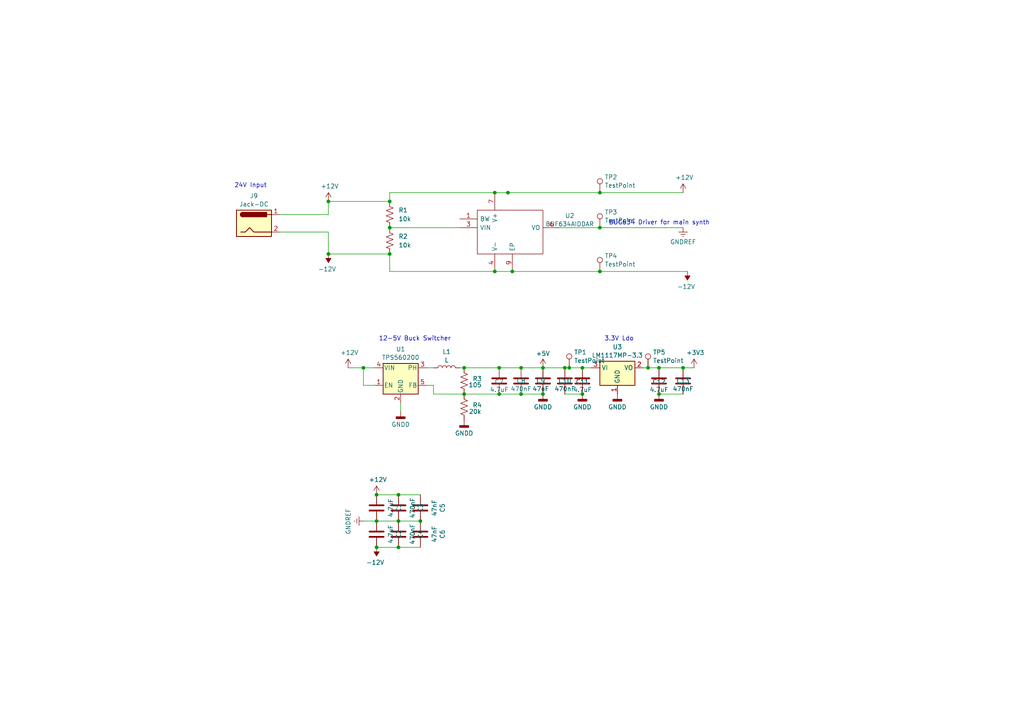
<source format=kicad_sch>
(kicad_sch (version 20230121) (generator eeschema)
  (paper "A4")
  (lib_symbols
    (symbol "BUF634AIDDAR:BUF634AIDDAR" (pin_names (offset 0.762))
      (property "Reference" "IC" (at 11.43 12.7 0))
      (property "Value" "BUF634AIDDAR" (at 11.43 10.16 0))
      (symbol "BUF634AIDDAR_0_0"
        (pin passive line (at -15.24 2.54 0) (length 5.08) (name "BW") (number "1"))
        (pin passive line (at -15.24 0 0) (length 5.08) (name "VIN") (number "3"))
        (pin passive line (at -5.08 -12.7 90) (length 5.08) (name "V-") (number "4"))
        (pin passive line (at 13.97 0 180) (length 5.08) (name "VO") (number "6"))
        (pin passive line (at -5.08 10.16 270) (length 5.08) (name "V+") (number "7"))
        (pin passive line (at 0 -12.7 90) (length 5.08) (name "EP") (number "9"))
      )
      (symbol "BUF634AIDDAR_0_1"
        (polyline (pts (xy -10.16 5.08) (xy 8.89 5.08) (xy 8.89 -7.62) (xy -10.16 -7.62) (xy -10.16 5.08)) (stroke (width 0.1524)))
      )
      (symbol "BUF634AIDDAR_1_0"
        (pin passive line (at -6.35 15.24 0) (length 5.08) hide (name "NC_1") (number "2"))
        (pin passive line (at -1.27 12.7 180) (length 5.08) hide (name "NC_2") (number "5"))
        (pin passive line (at -1.27 10.16 180) (length 5.08) hide (name "NC_3") (number "8"))
      )
    )
    (symbol "Connector:Jack-DC" (pin_names (offset 1.016))
      (property "Reference" "J" (at 0 5.334 0))
      (property "Value" "Jack-DC" (at 0 -5.08 0))
      (symbol "Jack-DC_0_1"
        (rectangle (start -5.08 3.81) (end 5.08 -3.81) (stroke (width 0.254)) (fill (type background)))
        (arc (start -3.302 3.175) (mid -3.9343 2.54) (end -3.302 1.905) (stroke (width 0.254)))
        (arc (start -3.302 3.175) (mid -3.9343 2.54) (end -3.302 1.905) (stroke (width 0.254)) (fill (type outline)))
        (polyline (pts (xy 5.08 2.54) (xy 3.81 2.54)) (stroke (width 0.254)))
        (polyline (pts (xy -3.81 -2.54) (xy -2.54 -2.54) (xy -1.27 -1.27) (xy 0 -2.54) (xy 2.54 -2.54) (xy 5.08 -2.54)) (stroke (width 0.254)))
        (rectangle (start 3.683 3.175) (end -3.302 1.905) (stroke (width 0.254)) (fill (type outline)))
      )
      (symbol "Jack-DC_1_1"
        (pin passive line (at 7.62 2.54 180) (length 2.54) (name "~") (number "1"))
        (pin passive line (at 7.62 -2.54 180) (length 2.54) (name "~") (number "2"))
      )
    )
    (symbol "Connector:TestPoint" (pin_numbers hide) (pin_names (offset 0.762) hide)
      (property "Reference" "TP" (at 0 6.858 0))
      (property "Value" "TestPoint" (at 0 5.08 0))
      (symbol "TestPoint_0_1"
        (circle (center 0 3.302) (radius 0.762))
      )
      (symbol "TestPoint_1_1"
        (pin passive line (at 0 0 90) (length 2.54) (name "1") (number "1"))
      )
    )
    (symbol "Device:C" (pin_numbers hide) (pin_names (offset 0.254))
      (property "Reference" "C" (at 0.635 2.54 0))
      (property "Value" "C" (at 0.635 -2.54 0))
      (symbol "C_0_1"
        (polyline (pts (xy -2.032 -0.762) (xy 2.032 -0.762)) (stroke (width 0.508)))
        (polyline (pts (xy -2.032 0.762) (xy 2.032 0.762)) (stroke (width 0.508)))
      )
      (symbol "C_1_1"
        (pin passive line (at 0 3.81 270) (length 2.794) (name "~") (number "1"))
        (pin passive line (at 0 -3.81 90) (length 2.794) (name "~") (number "2"))
      )
    )
    (symbol "Device:L" (pin_numbers hide) (pin_names (offset 1.016) hide)
      (property "Reference" "L" (at -1.27 0 90))
      (property "Value" "L" (at 1.905 0 90))
      (symbol "L_0_1"
        (arc (start 0 -2.54) (mid 0.6323 -1.905) (end 0 -1.27))
        (arc (start 0 -1.27) (mid 0.6323 -0.635) (end 0 0))
        (arc (start 0 0) (mid 0.6323 0.635) (end 0 1.27))
        (arc (start 0 1.27) (mid 0.6323 1.905) (end 0 2.54))
      )
      (symbol "L_1_1"
        (pin passive line (at 0 3.81 270) (length 1.27) (name "1") (number "1"))
        (pin passive line (at 0 -3.81 90) (length 1.27) (name "2") (number "2"))
      )
    )
    (symbol "Device:R_US" (pin_numbers hide) (pin_names (offset 0))
      (property "Reference" "R" (at 2.54 0 90))
      (property "Value" "R_US" (at -2.54 0 90))
      (symbol "R_US_0_1"
        (polyline (pts (xy 0 -2.286) (xy 0 -2.54)))
        (polyline (pts (xy 0 2.286) (xy 0 2.54)))
        (polyline (pts (xy 0 -0.762) (xy 1.016 -1.143) (xy 0 -1.524) (xy -1.016 -1.905) (xy 0 -2.286)))
        (polyline (pts (xy 0 0.762) (xy 1.016 0.381) (xy 0 0) (xy -1.016 -0.381) (xy 0 -0.762)))
        (polyline (pts (xy 0 2.286) (xy 1.016 1.905) (xy 0 1.524) (xy -1.016 1.143) (xy 0 0.762)))
      )
      (symbol "R_US_1_1"
        (pin passive line (at 0 3.81 270) (length 1.27) (name "~") (number "1"))
        (pin passive line (at 0 -3.81 90) (length 1.27) (name "~") (number "2"))
      )
    )
    (symbol "Regulator_Linear:LM1117MP-3.3"
      (property "Reference" "U" (at -3.81 3.175 0))
      (property "Value" "LM1117MP-3.3" (at 0 3.175 0))
      (symbol "LM1117MP-3.3_0_1"
        (rectangle (start -5.08 -5.08) (end 5.08 1.905) (stroke (width 0.254)) (fill (type background)))
      )
      (symbol "LM1117MP-3.3_1_1"
        (pin power_in line (at 0 -7.62 90) (length 2.54) (name "GND") (number "1"))
        (pin power_out line (at 7.62 0 180) (length 2.54) (name "VO") (number "2"))
        (pin power_in line (at -7.62 0 0) (length 2.54) (name "VI") (number "3"))
      )
    )
    (symbol "Regulator_Switching:TPS560200" (pin_names (offset 0.254))
      (property "Reference" "U" (at -5.08 5.08 0))
      (property "Value" "TPS560200" (at 0 5.08 0))
      (symbol "TPS560200_0_1"
        (rectangle (start -5.08 3.81) (end 5.08 -5.08) (stroke (width 0.254)) (fill (type background)))
      )
      (symbol "TPS560200_1_1"
        (pin input line (at -7.62 -2.54 0) (length 2.54) (name "EN") (number "1"))
        (pin power_in line (at 0 -7.62 90) (length 2.54) (name "GND") (number "2"))
        (pin power_out line (at 7.62 2.54 180) (length 2.54) (name "PH") (number "3"))
        (pin power_in line (at -7.62 2.54 0) (length 2.54) (name "VIN") (number "4"))
        (pin input line (at 7.62 -2.54 180) (length 2.54) (name "FB") (number "5"))
      )
    )
    (symbol "power:+12V" (power) (pin_names (offset 0))
      (property "Value" "+12V" (at 0 3.556 0))
      (symbol "+12V_0_1"
        (polyline (pts (xy -0.762 1.27) (xy 0 2.54)))
        (polyline (pts (xy 0 0) (xy 0 2.54)))
        (polyline (pts (xy 0 2.54) (xy 0.762 1.27)))
      )
      (symbol "+12V_1_1"
        (pin power_in line (at 0 0 90) (length 0) hide (name "+12V") (number "1"))
      )
    )
    (symbol "power:+3V3" (power) (pin_names (offset 0))
      (property "Value" "+3V3" (at 0 3.556 0))
      (symbol "+3V3_0_1"
        (polyline (pts (xy -0.762 1.27) (xy 0 2.54)))
        (polyline (pts (xy 0 0) (xy 0 2.54)))
        (polyline (pts (xy 0 2.54) (xy 0.762 1.27)))
      )
      (symbol "+3V3_1_1"
        (pin power_in line (at 0 0 90) (length 0) hide (name "+3V3") (number "1"))
      )
    )
    (symbol "power:+5V" (power) (pin_names (offset 0))
      (property "Value" "+5V" (at 0 3.556 0))
      (symbol "+5V_0_1"
        (polyline (pts (xy -0.762 1.27) (xy 0 2.54)))
        (polyline (pts (xy 0 0) (xy 0 2.54)))
        (polyline (pts (xy 0 2.54) (xy 0.762 1.27)))
      )
      (symbol "+5V_1_1"
        (pin power_in line (at 0 0 90) (length 0) hide (name "+5V") (number "1"))
      )
    )
    (symbol "power:-12V" (power) (pin_names (offset 0))
      (property "Value" "-12V" (at 0 3.81 0))
      (symbol "-12V_0_0"
        (pin power_in line (at 0 0 90) (length 0) hide (name "-12V") (number "1"))
      )
      (symbol "-12V_0_1"
        (polyline (pts (xy 0 0) (xy 0 1.27) (xy 0.762 1.27) (xy 0 2.54) (xy -0.762 1.27) (xy 0 1.27)) (fill (type outline)))
      )
    )
    (symbol "power:GNDD" (power) (pin_names (offset 0))
      (property "Value" "GNDD" (at 0 -3.175 0))
      (symbol "GNDD_0_1"
        (rectangle (start -1.27 -1.524) (end 1.27 -2.032) (stroke (width 0.254)) (fill (type outline)))
        (polyline (pts (xy 0 0) (xy 0 -1.524)))
      )
      (symbol "GNDD_1_1"
        (pin power_in line (at 0 0 270) (length 0) hide (name "GNDD") (number "1"))
      )
    )
    (symbol "power:GNDREF" (power) (pin_names (offset 0))
      (property "Value" "GNDREF" (at 0 -3.81 0))
      (symbol "GNDREF_0_1"
        (polyline (pts (xy -0.635 -1.905) (xy 0.635 -1.905)))
        (polyline (pts (xy -0.127 -2.54) (xy 0.127 -2.54)))
        (polyline (pts (xy 0 -1.27) (xy 0 0)))
        (polyline (pts (xy 1.27 -1.27) (xy -1.27 -1.27)))
      )
      (symbol "GNDREF_1_1"
        (pin power_in line (at 0 0 270) (length 0) hide (name "GNDREF") (number "1"))
      )
    )
  )
  (junction (at 151.13 106.68))
  (junction (at 121.92 151.13))
  (junction (at 113.03 66.04))
  (junction (at 115.57 151.13))
  (junction (at 165.1 106.68))
  (junction (at 143.51 55.88))
  (junction (at 198.12 106.68))
  (junction (at 144.78 114.3))
  (junction (at 134.62 114.3))
  (junction (at 163.83 106.68))
  (junction (at 187.96 106.68))
  (junction (at 168.91 106.68))
  (junction (at 147.32 55.88))
  (junction (at 168.91 114.3))
  (junction (at 115.57 158.75))
  (junction (at 105.41 106.68))
  (junction (at 115.57 143.51))
  (junction (at 191.135 106.68))
  (junction (at 143.51 78.74))
  (junction (at 113.03 58.42))
  (junction (at 134.62 106.68))
  (junction (at 109.22 151.13))
  (junction (at 109.22 158.75))
  (junction (at 173.99 78.74))
  (junction (at 173.99 55.88))
  (junction (at 95.25 73.66))
  (junction (at 109.22 143.51))
  (junction (at 157.48 106.68))
  (junction (at 95.25 58.42))
  (junction (at 144.78 106.68))
  (junction (at 151.13 114.3))
  (junction (at 191.135 114.3))
  (junction (at 148.59 78.74))
  (junction (at 113.03 73.66))
  (junction (at 173.99 66.04))
  (junction (at 157.48 114.3))
  (wire (pts (xy 105.41 106.68) (xy 108.585 106.68)))
  (wire (pts (xy 123.825 106.68) (xy 125.73 106.68)))
  (wire (pts (xy 109.22 143.51) (xy 115.57 143.51)))
  (wire (pts (xy 187.96 106.68) (xy 186.69 106.68)))
  (wire (pts (xy 151.13 106.68) (xy 157.48 106.68)))
  (wire (pts (xy 113.03 78.74) (xy 143.51 78.74)))
  (wire (pts (xy 134.62 106.68) (xy 144.78 106.68)))
  (wire (pts (xy 151.13 114.3) (xy 157.48 114.3)))
  (wire (pts (xy 105.41 111.76) (xy 105.41 106.68)))
  (wire (pts (xy 125.73 114.3) (xy 134.62 114.3)))
  (wire (pts (xy 116.205 116.84) (xy 116.205 119.38)))
  (wire (pts (xy 95.25 62.23) (xy 95.25 58.42)))
  (wire (pts (xy 125.73 111.76) (xy 123.825 111.76)))
  (wire (pts (xy 115.57 151.13) (xy 121.92 151.13)))
  (wire (pts (xy 109.22 151.13) (xy 115.57 151.13)))
  (wire (pts (xy 157.48 106.68) (xy 163.83 106.68)))
  (wire (pts (xy 143.51 78.74) (xy 148.59 78.74)))
  (wire (pts (xy 81.28 62.23) (xy 95.25 62.23)))
  (wire (pts (xy 163.83 106.68) (xy 165.1 106.68)))
  (wire (pts (xy 162.56 66.04) (xy 173.99 66.04)))
  (wire (pts (xy 201.295 106.68) (xy 198.12 106.68)))
  (wire (pts (xy 143.51 55.88) (xy 147.32 55.88)))
  (wire (pts (xy 115.57 143.51) (xy 121.92 143.51)))
  (wire (pts (xy 173.99 66.04) (xy 198.12 66.04)))
  (wire (pts (xy 113.03 55.88) (xy 143.51 55.88)))
  (wire (pts (xy 144.78 106.68) (xy 151.13 106.68)))
  (wire (pts (xy 165.1 106.68) (xy 168.91 106.68)))
  (wire (pts (xy 95.25 58.42) (xy 113.03 58.42)))
  (wire (pts (xy 95.25 67.31) (xy 95.25 73.66)))
  (wire (pts (xy 109.22 158.75) (xy 115.57 158.75)))
  (wire (pts (xy 105.41 151.13) (xy 109.22 151.13)))
  (wire (pts (xy 144.78 114.3) (xy 151.13 114.3)))
  (wire (pts (xy 108.585 111.76) (xy 105.41 111.76)))
  (wire (pts (xy 173.99 55.88) (xy 198.12 55.88)))
  (wire (pts (xy 134.62 114.3) (xy 144.78 114.3)))
  (wire (pts (xy 115.57 158.75) (xy 121.92 158.75)))
  (wire (pts (xy 191.135 106.68) (xy 187.96 106.68)))
  (wire (pts (xy 148.59 78.74) (xy 173.99 78.74)))
  (wire (pts (xy 95.25 73.66) (xy 113.03 73.66)))
  (wire (pts (xy 191.135 114.3) (xy 198.12 114.3)))
  (wire (pts (xy 113.03 73.66) (xy 113.03 78.74)))
  (wire (pts (xy 113.03 58.42) (xy 113.03 55.88)))
  (wire (pts (xy 100.965 106.68) (xy 105.41 106.68)))
  (wire (pts (xy 163.83 114.3) (xy 168.91 114.3)))
  (wire (pts (xy 147.32 55.88) (xy 173.99 55.88)))
  (wire (pts (xy 125.73 111.76) (xy 125.73 114.3)))
  (wire (pts (xy 81.28 67.31) (xy 95.25 67.31)))
  (wire (pts (xy 133.35 106.68) (xy 134.62 106.68)))
  (wire (pts (xy 168.91 106.68) (xy 171.45 106.68)))
  (wire (pts (xy 191.135 106.68) (xy 198.12 106.68)))
  (wire (pts (xy 173.99 78.74) (xy 199.39 78.74)))
  (wire (pts (xy 113.03 66.04) (xy 133.35 66.04)))
  (text "3.3V Ldo" (at 175.26 99.06 0) (effects (font (size 1.27 1.27)) (justify left bottom)))
  (text "12-5V Buck Switcher" (at 109.855 99.06 0) (effects (font (size 1.27 1.27)) (justify left bottom)))
  (text "BUG634 Driver for main synth" (at 176.53 65.405 0) (effects (font (size 1.27 1.27)) (justify left bottom)))
  (text "24V Input\n" (at 67.945 54.61 0) (effects (font (size 1.27 1.27)) (justify left bottom)))
  (symbol (lib_id "Device:R_US") (at 134.62 110.49 0) (unit 1)
    (property "Reference" "R3" (at 138.43 109.855 0))
    (property "Value" "105" (at 137.795 111.6442 0))
    (property "Footprint" "Resistor_SMD:R_0603_1608Metric" (effects hide))
    (instances (project "SoundLab16StepSequencer" (path "" (reference "R3") (unit 1))) (project "AnalogTestBoard2" (path "" (reference "R?") (unit 1)) (path "" (reference "R?") (unit 1)) (path "" (reference "R?") (unit 1))) (project "SynthProj" (path "" (reference "R407") (unit 1))))
  )
  (symbol (lib_id "Connector:TestPoint") (at 173.99 55.88 0) (unit 1)
    (property "Reference" "TP2" (at 175.387 51.3659 0) (effects (justify left)))
    (property "Value" "TestPoint" (at 175.387 53.7901 0) (effects (justify left)))
    (property "Footprint" "TestPoint:TestPoint_Plated_Hole_D2.0mm" (effects hide))
    (instances (project "SoundLab16StepSequencer" (path "" (reference "TP2") (unit 1))) (project "SynthProj" (path "" (reference "TP7") (unit 1))))
  )
  (symbol (lib_id "power:GNDREF") (at 198.12 66.04 0) (unit 1)
    (property "Reference" "#PWR023" (effects hide))
    (property "Value" "GNDREF" (at 198.12 70.1731 0))
    (instances (project "SoundLab16StepSequencer" (path "" (reference "#PWR023") (unit 1))) (project "SynthProj" (path "" (reference "#PWR0531") (unit 1))))
  )
  (symbol (lib_id "Connector:Jack-DC") (at 73.66 64.77 0) (unit 1)
    (property "Reference" "J9" (at 73.66 56.8157 0))
    (property "Value" "Jack-DC" (at 73.66 59.2399 0))
    (property "Footprint" "Connector_BarrelJack:BarrelJack_CUI_PJ-063AH_Horizontal" (effects hide))
    (instances (project "SoundLab16StepSequencer" (path "" (reference "J9") (unit 1))) (project "SynthProj" (path "" (reference "J44") (unit 1))))
  )
  (symbol (lib_id "Device:C") (at 168.91 110.49 180) (unit 1)
    (property "Reference" "C11" (at 168.91 110.7186 0))
    (property "Value" "4.7uF" (at 168.91 113.03 0))
    (property "Footprint" "Capacitor_SMD:C_0805_2012Metric" (effects hide))
    (instances (project "SoundLab16StepSequencer" (path "" (reference "C11") (unit 1))) (project "SynthProj" (path "" (reference "C?") (unit 1)) (path "" (reference "C?") (unit 1)) (path "" (reference "C227") (unit 1))))
  )
  (symbol (lib_id "Device:R_US") (at 113.03 62.23 180) (unit 1)
    (property "Reference" "R1" (at 115.57 60.96 0) (effects (justify right)))
    (property "Value" "10k" (at 115.57 63.5 0) (effects (justify right)))
    (property "Footprint" "Resistor_SMD:R_0603_1608Metric" (effects hide))
    (instances (project "SoundLab16StepSequencer" (path "" (reference "R1") (unit 1))) (project "AnalogTestBoard2" (path "" (reference "R?") (unit 1)) (path "" (reference "R?") (unit 1)) (path "" (reference "R?") (unit 1))) (project "SynthProj" (path "" (reference "R405") (unit 1))))
  )
  (symbol (lib_id "power:-12V") (at 109.22 158.75 180) (unit 1)
    (property "Reference" "#PWR014" (effects hide))
    (property "Value" "-12V" (at 108.839 163.1442 0))
    (instances (project "SoundLab16StepSequencer" (path "" (reference "#PWR014") (unit 1))) (project "SynthProj" (path "" (reference "#PWR?") (unit 1)) (path "" (reference "#PWR?") (unit 1)) (path "" (reference "#PWR0529") (unit 1))))
  )
  (symbol (lib_id "power:GNDD") (at 116.205 119.38 0) (unit 1)
    (property "Reference" "#PWR015" (effects hide))
    (property "Value" "GNDD" (at 116.205 123.1321 0))
    (instances (project "SoundLab16StepSequencer" (path "" (reference "#PWR015") (unit 1))) (project "SynthProj" (path "" (reference "#PWR?") (unit 1)) (path "" (reference "#PWR0540") (unit 1))))
  )
  (symbol (lib_id "Device:C") (at 115.57 154.94 180) (unit 1)
    (property "Reference" "C4" (at 121.9708 154.94 90))
    (property "Value" "470nF" (at 119.6594 154.94 90))
    (property "Footprint" "Capacitor_SMD:C_0805_2012Metric" (effects hide))
    (instances (project "SoundLab16StepSequencer" (path "" (reference "C4") (unit 1))) (project "SynthProj" (path "" (reference "C?") (unit 1)) (path "" (reference "C?") (unit 1)) (path "" (reference "C220") (unit 1))))
  )
  (symbol (lib_id "power:+12V") (at 109.22 143.51 0) (unit 1)
    (property "Reference" "#PWR013" (effects hide))
    (property "Value" "+12V" (at 109.601 139.1158 0))
    (instances (project "SoundLab16StepSequencer" (path "" (reference "#PWR013") (unit 1))) (project "SynthProj" (path "" (reference "#PWR?") (unit 1)) (path "" (reference "#PWR?") (unit 1)) (path "" (reference "#PWR0528") (unit 1))))
  )
  (symbol (lib_id "Connector:TestPoint") (at 187.96 106.68 0) (unit 1)
    (property "Reference" "TP5" (at 189.357 102.1659 0) (effects (justify left)))
    (property "Value" "TestPoint" (at 189.357 104.5901 0) (effects (justify left)))
    (property "Footprint" "TestPoint:TestPoint_Plated_Hole_D2.0mm" (effects hide))
    (instances (project "SoundLab16StepSequencer" (path "" (reference "TP5") (unit 1))) (project "SynthProj" (path "" (reference "TP13") (unit 1))))
  )
  (symbol (lib_id "Device:C") (at 198.12 110.49 180) (unit 1)
    (property "Reference" "C13" (at 198.12 110.49 0))
    (property "Value" "470nF" (at 198.12 112.8014 0))
    (property "Footprint" "Capacitor_SMD:C_0805_2012Metric" (effects hide))
    (instances (project "SoundLab16StepSequencer" (path "" (reference "C13") (unit 1))) (project "SynthProj" (path "" (reference "C?") (unit 1)) (path "" (reference "C?") (unit 1)) (path "" (reference "C229") (unit 1))))
  )
  (symbol (lib_id "Device:C") (at 109.22 154.94 180) (unit 1)
    (property "Reference" "C2" (at 115.6208 154.94 90))
    (property "Value" "4.7uF" (at 113.3094 154.94 90))
    (property "Footprint" "Capacitor_SMD:C_0805_2012Metric" (effects hide))
    (instances (project "SoundLab16StepSequencer" (path "" (reference "C2") (unit 1))) (project "SynthProj" (path "" (reference "C?") (unit 1)) (path "" (reference "C?") (unit 1)) (path "" (reference "C218") (unit 1))))
  )
  (symbol (lib_id "power:+12V") (at 198.12 55.88 0) (unit 1)
    (property "Reference" "#PWR022" (effects hide))
    (property "Value" "+12V" (at 198.501 51.4858 0))
    (instances (project "SoundLab16StepSequencer" (path "" (reference "#PWR022") (unit 1))) (project "SynthProj" (path "" (reference "#PWR?") (unit 1)) (path "" (reference "#PWR?") (unit 1)) (path "" (reference "#PWR0530") (unit 1))))
  )
  (symbol (lib_id "Connector:TestPoint") (at 173.99 66.04 0) (unit 1)
    (property "Reference" "TP3" (at 175.387 61.5259 0) (effects (justify left)))
    (property "Value" "TestPoint" (at 175.387 63.9501 0) (effects (justify left)))
    (property "Footprint" "TestPoint:TestPoint_Plated_Hole_D2.0mm" (effects hide))
    (instances (project "SoundLab16StepSequencer" (path "" (reference "TP3") (unit 1))) (project "SynthProj" (path "" (reference "TP8") (unit 1))))
  )
  (symbol (lib_id "power:+5V") (at 157.48 106.68 0) (unit 1)
    (property "Reference" "#PWR017" (effects hide))
    (property "Value" "+5V" (at 157.48 102.5469 0))
    (instances (project "SoundLab16StepSequencer" (path "" (reference "#PWR017") (unit 1))) (project "SynthProj" (path "" (reference "#PWR?") (unit 1)) (path "" (reference "#PWR0542") (unit 1))))
  )
  (symbol (lib_id "power:+3V3") (at 201.295 106.68 0) (unit 1)
    (property "Reference" "#PWR025" (effects hide))
    (property "Value" "+3V3" (at 201.676 102.2858 0))
    (instances (project "SoundLab16StepSequencer" (path "" (reference "#PWR025") (unit 1))) (project "RP2040_minimal" (path "" (reference "#PWR?") (unit 1))) (project "SynthProj" (path "" (reference "#PWR?") (unit 1)) (path "" (reference "#PWR0547") (unit 1))))
  )
  (symbol (lib_id "Connector:TestPoint") (at 173.99 78.74 0) (unit 1)
    (property "Reference" "TP4" (at 175.387 74.2259 0) (effects (justify left)))
    (property "Value" "TestPoint" (at 175.387 76.6501 0) (effects (justify left)))
    (property "Footprint" "TestPoint:TestPoint_Plated_Hole_D2.0mm" (effects hide))
    (instances (project "SoundLab16StepSequencer" (path "" (reference "TP4") (unit 1))) (project "SynthProj" (path "" (reference "TP9") (unit 1))))
  )
  (symbol (lib_id "power:-12V") (at 199.39 78.74 180) (unit 1)
    (property "Reference" "#PWR024" (effects hide))
    (property "Value" "-12V" (at 199.009 83.1342 0))
    (instances (project "SoundLab16StepSequencer" (path "" (reference "#PWR024") (unit 1))) (project "SynthProj" (path "" (reference "#PWR?") (unit 1)) (path "" (reference "#PWR?") (unit 1)) (path "" (reference "#PWR0532") (unit 1))))
  )
  (symbol (lib_id "power:-12V") (at 95.25 73.66 180) (unit 1)
    (property "Reference" "#PWR010" (effects hide))
    (property "Value" "-12V" (at 94.869 78.0542 0))
    (instances (project "SoundLab16StepSequencer" (path "" (reference "#PWR010") (unit 1))) (project "SynthProj" (path "" (reference "#PWR?") (unit 1)) (path "" (reference "#PWR?") (unit 1)) (path "" (reference "#PWR0526") (unit 1))))
  )
  (symbol (lib_id "Regulator_Switching:TPS560200") (at 116.205 109.22 0) (unit 1)
    (property "Reference" "U1" (at 116.205 101.2657 0))
    (property "Value" "TPS560200" (at 116.205 103.6899 0))
    (property "Footprint" "Package_TO_SOT_SMD:SOT-23-5" (effects hide))
    (property "Datasheet" "http://www.ti.com/lit/ds/symlink/tps560200.pdf" (effects hide))
    (instances (project "SoundLab16StepSequencer" (path "" (reference "U1") (unit 1))) (project "SynthProj" (path "" (reference "U53") (unit 1))))
  )
  (symbol (lib_id "power:GNDD") (at 191.135 114.3 0) (unit 1)
    (property "Reference" "#PWR021" (effects hide))
    (property "Value" "GNDD" (at 191.135 118.0521 0))
    (instances (project "SoundLab16StepSequencer" (path "" (reference "#PWR021") (unit 1))) (project "SynthProj" (path "" (reference "#PWR?") (unit 1)) (path "" (reference "#PWR0546") (unit 1))))
  )
  (symbol (lib_id "Device:R_US") (at 113.03 69.85 180) (unit 1)
    (property "Reference" "R2" (at 115.57 68.58 0) (effects (justify right)))
    (property "Value" "10k" (at 115.57 71.12 0) (effects (justify right)))
    (property "Footprint" "Resistor_SMD:R_0603_1608Metric" (effects hide))
    (instances (project "SoundLab16StepSequencer" (path "" (reference "R2") (unit 1))) (project "AnalogTestBoard2" (path "" (reference "R?") (unit 1)) (path "" (reference "R?") (unit 1)) (path "" (reference "R?") (unit 1))) (project "SynthProj" (path "" (reference "R406") (unit 1))))
  )
  (symbol (lib_id "Device:C") (at 121.92 154.94 180) (unit 1)
    (property "Reference" "C6" (at 128.3208 154.94 90))
    (property "Value" "47nF" (at 126.0094 154.94 90))
    (property "Footprint" "Capacitor_SMD:C_0603_1608Metric" (effects hide))
    (instances (project "SoundLab16StepSequencer" (path "" (reference "C6") (unit 1))) (project "SynthProj" (path "" (reference "C?") (unit 1)) (path "" (reference "C?") (unit 1)) (path "" (reference "C222") (unit 1))))
  )
  (symbol (lib_id "power:GNDD") (at 134.62 121.92 0) (unit 1)
    (property "Reference" "#PWR016" (effects hide))
    (property "Value" "GNDD" (at 134.62 125.6721 0))
    (instances (project "SoundLab16StepSequencer" (path "" (reference "#PWR016") (unit 1))) (project "SynthProj" (path "" (reference "#PWR?") (unit 1)) (path "" (reference "#PWR0541") (unit 1))))
  )
  (symbol (lib_id "power:+12V") (at 95.25 58.42 0) (unit 1)
    (property "Reference" "#PWR09" (effects hide))
    (property "Value" "+12V" (at 95.631 54.0258 0))
    (instances (project "SoundLab16StepSequencer" (path "" (reference "#PWR09") (unit 1))) (project "SynthProj" (path "" (reference "#PWR?") (unit 1)) (path "" (reference "#PWR?") (unit 1)) (path "" (reference "#PWR0525") (unit 1))))
  )
  (symbol (lib_id "power:+12V") (at 100.965 106.68 0) (unit 1)
    (property "Reference" "#PWR011" (effects hide))
    (property "Value" "+12V" (at 101.346 102.2858 0))
    (instances (project "SoundLab16StepSequencer" (path "" (reference "#PWR011") (unit 1))) (project "SynthProj" (path "" (reference "#PWR?") (unit 1)) (path "" (reference "#PWR?") (unit 1)) (path "" (reference "#PWR0539") (unit 1))))
  )
  (symbol (lib_id "power:GNDD") (at 168.91 114.3 0) (unit 1)
    (property "Reference" "#PWR019" (effects hide))
    (property "Value" "GNDD" (at 168.91 118.0521 0))
    (instances (project "SoundLab16StepSequencer" (path "" (reference "#PWR019") (unit 1))) (project "SynthProj" (path "" (reference "#PWR?") (unit 1)) (path "" (reference "#PWR0544") (unit 1))))
  )
  (symbol (lib_id "power:GNDREF") (at 105.41 151.13 270) (unit 1)
    (property "Reference" "#PWR012" (effects hide))
    (property "Value" "GNDREF" (at 101.0158 151.257 0))
    (instances (project "SoundLab16StepSequencer" (path "" (reference "#PWR012") (unit 1))) (project "SynthProj" (path "" (reference "#PWR?") (unit 1)) (path "" (reference "#PWR?") (unit 1)) (path "" (reference "#PWR0527") (unit 1))))
  )
  (symbol (lib_id "Device:C") (at 121.92 147.32 180) (unit 1)
    (property "Reference" "C5" (at 128.3208 147.32 90))
    (property "Value" "47nF" (at 126.0094 147.32 90))
    (property "Footprint" "Capacitor_SMD:C_0603_1608Metric" (effects hide))
    (instances (project "SoundLab16StepSequencer" (path "" (reference "C5") (unit 1))) (project "SynthProj" (path "" (reference "C?") (unit 1)) (path "" (reference "C?") (unit 1)) (path "" (reference "C221") (unit 1))))
  )
  (symbol (lib_id "Device:C") (at 151.13 110.49 180) (unit 1)
    (property "Reference" "C8" (at 151.13 110.49 0))
    (property "Value" "470nF" (at 151.13 112.8014 0))
    (property "Footprint" "Capacitor_SMD:C_0805_2012Metric" (effects hide))
    (instances (project "SoundLab16StepSequencer" (path "" (reference "C8") (unit 1))) (project "SynthProj" (path "" (reference "C?") (unit 1)) (path "" (reference "C?") (unit 1)) (path "" (reference "C224") (unit 1))))
  )
  (symbol (lib_id "power:GNDD") (at 179.07 114.3 0) (unit 1)
    (property "Reference" "#PWR020" (effects hide))
    (property "Value" "GNDD" (at 179.07 118.0521 0))
    (instances (project "SoundLab16StepSequencer" (path "" (reference "#PWR020") (unit 1))) (project "SynthProj" (path "" (reference "#PWR?") (unit 1)) (path "" (reference "#PWR0545") (unit 1))))
  )
  (symbol (lib_id "Device:C") (at 163.83 110.49 180) (unit 1)
    (property "Reference" "C10" (at 163.83 110.49 0))
    (property "Value" "470nF" (at 163.83 112.8014 0))
    (property "Footprint" "Capacitor_SMD:C_0805_2012Metric" (effects hide))
    (instances (project "SoundLab16StepSequencer" (path "" (reference "C10") (unit 1))) (project "SynthProj" (path "" (reference "C?") (unit 1)) (path "" (reference "C?") (unit 1)) (path "" (reference "C226") (unit 1))))
  )
  (symbol (lib_id "Connector:TestPoint") (at 165.1 106.68 0) (unit 1)
    (property "Reference" "TP1" (at 166.497 102.1659 0) (effects (justify left)))
    (property "Value" "TestPoint" (at 166.497 104.5901 0) (effects (justify left)))
    (property "Footprint" "TestPoint:TestPoint_Plated_Hole_D2.0mm" (effects hide))
    (instances (project "SoundLab16StepSequencer" (path "" (reference "TP1") (unit 1))) (project "SynthProj" (path "" (reference "TP12") (unit 1))))
  )
  (symbol (lib_id "BUF634AIDDAR:BUF634AIDDAR") (at 148.59 66.04 0) (unit 1)
    (property "Reference" "U2" (at 165.2572 62.5658 0))
    (property "Value" "BUF634AIDDAR" (at 165.2572 64.99 0))
    (property "Footprint" "SOIC127P600X170-9N" (effects hide))
    (property "Datasheet" "https://www.ti.com/lit/ds/symlink/buf634a.pdf?ts=1599672549445&ref_url=https%253A%252F%252Fwww.mouser.co.uk%252F" (effects hide))
    (property "Description" "High Speed Operational Amplifiers 210-MHz, 250-mA high-speed buffer 8-SO PowerPAD -40 to 125" (effects hide))
    (property "Height" "1.7" (effects hide))
    (property "Mouser Part Number" "595-BUF634AIDDAR" (effects hide))
    (property "Mouser Price/Stock" "https://www.mouser.co.uk/ProductDetail/Texas-Instruments/BUF634AIDDAR?qs=yqaQSyyJnNgwK76xZ3uCIA%3D%3D" (effects hide))
    (property "Manufacturer_Name" "Texas Instruments" (effects hide))
    (property "Manufacturer_Part_Number" "BUF634AIDDAR" (effects hide))
    (instances (project "SoundLab16StepSequencer" (path "" (reference "U2") (unit 1))) (project "SynthProj" (path "" (reference "U50") (unit 1))))
  )
  (symbol (lib_id "Device:R_US") (at 134.62 118.11 0) (unit 1)
    (property "Reference" "R4" (at 138.43 117.475 0))
    (property "Value" "20k" (at 137.795 119.38 0))
    (property "Footprint" "Resistor_SMD:R_0603_1608Metric" (effects hide))
    (instances (project "SoundLab16StepSequencer" (path "" (reference "R4") (unit 1))) (project "AnalogTestBoard2" (path "" (reference "R?") (unit 1)) (path "" (reference "R?") (unit 1)) (path "" (reference "R?") (unit 1))) (project "SynthProj" (path "" (reference "R408") (unit 1))))
  )
  (symbol (lib_id "Regulator_Linear:LM1117MP-3.3") (at 179.07 106.68 0) (unit 1)
    (property "Reference" "U3" (at 179.07 100.6307 0))
    (property "Value" "LM1117MP-3.3" (at 179.07 103.0549 0))
    (property "Footprint" "Package_TO_SOT_SMD:SOT-223-3_TabPin2" (effects hide))
    (property "Datasheet" "http://www.ti.com/lit/ds/symlink/lm1117.pdf" (effects hide))
    (instances (project "SoundLab16StepSequencer" (path "" (reference "U3") (unit 1))) (project "SynthProj" (path "" (reference "U54") (unit 1))))
  )
  (symbol (lib_id "Device:C") (at 115.57 147.32 180) (unit 1)
    (property "Reference" "C3" (at 121.9708 147.32 90))
    (property "Value" "470nF" (at 119.6594 147.32 90))
    (property "Footprint" "Capacitor_SMD:C_0805_2012Metric" (effects hide))
    (instances (project "SoundLab16StepSequencer" (path "" (reference "C3") (unit 1))) (project "SynthProj" (path "" (reference "C?") (unit 1)) (path "" (reference "C?") (unit 1)) (path "" (reference "C219") (unit 1))))
  )
  (symbol (lib_id "Device:C") (at 109.22 147.32 180) (unit 1)
    (property "Reference" "C1" (at 115.6208 147.32 90))
    (property "Value" "4.7uF" (at 113.3094 147.32 90))
    (property "Footprint" "Capacitor_SMD:C_0805_2012Metric" (effects hide))
    (instances (project "SoundLab16StepSequencer" (path "" (reference "C1") (unit 1))) (project "SynthProj" (path "" (reference "C?") (unit 1)) (path "" (reference "C?") (unit 1)) (path "" (reference "C217") (unit 1))))
  )
  (symbol (lib_id "Device:L") (at 129.54 106.68 90) (unit 1)
    (property "Reference" "L1" (at 129.54 102.0304 90))
    (property "Value" "L" (at 129.54 104.4546 90))
    (property "Footprint" "Inductor_SMD:L_7.3x7.3_H3.5" (effects hide))
  )
  (symbol (lib_id "Device:C") (at 191.135 110.49 180) (unit 1)
    (property "Reference" "C12" (at 191.135 110.7186 0))
    (property "Value" "4.7uF" (at 191.135 113.03 0))
    (property "Footprint" "Capacitor_SMD:C_0805_2012Metric" (effects hide))
    (instances (project "SoundLab16StepSequencer" (path "" (reference "C12") (unit 1))) (project "SynthProj" (path "" (reference "C?") (unit 1)) (path "" (reference "C?") (unit 1)) (path "" (reference "C228") (unit 1))))
  )
  (symbol (lib_id "Device:C") (at 144.78 110.49 180) (unit 1)
    (property "Reference" "C7" (at 144.78 110.7186 0))
    (property "Value" "4.7uF" (at 144.78 113.03 0))
    (property "Footprint" "Capacitor_SMD:C_0805_2012Metric" (effects hide))
    (instances (project "SoundLab16StepSequencer" (path "" (reference "C7") (unit 1))) (project "SynthProj" (path "" (reference "C?") (unit 1)) (path "" (reference "C?") (unit 1)) (path "" (reference "C223") (unit 1))))
  )
  (symbol (lib_id "power:GNDD") (at 157.48 114.3 0) (unit 1)
    (property "Reference" "#PWR018" (effects hide))
    (property "Value" "GNDD" (at 157.48 118.0521 0))
    (instances (project "SoundLab16StepSequencer" (path "" (reference "#PWR018") (unit 1))) (project "SynthProj" (path "" (reference "#PWR?") (unit 1)) (path "" (reference "#PWR0543") (unit 1))))
  )
  (symbol (lib_id "Device:C") (at 157.48 110.49 180) (unit 1)
    (property "Reference" "C9" (at 156.845 110.49 0))
    (property "Value" "47nF" (at 156.845 112.8014 0))
    (property "Footprint" "Capacitor_SMD:C_0603_1608Metric" (effects hide))
    (instances (project "SoundLab16StepSequencer" (path "" (reference "C9") (unit 1))) (project "SynthProj" (path "" (reference "C?") (unit 1)) (path "" (reference "C?") (unit 1)) (path "" (reference "C225") (unit 1))))
  )
)
</source>
